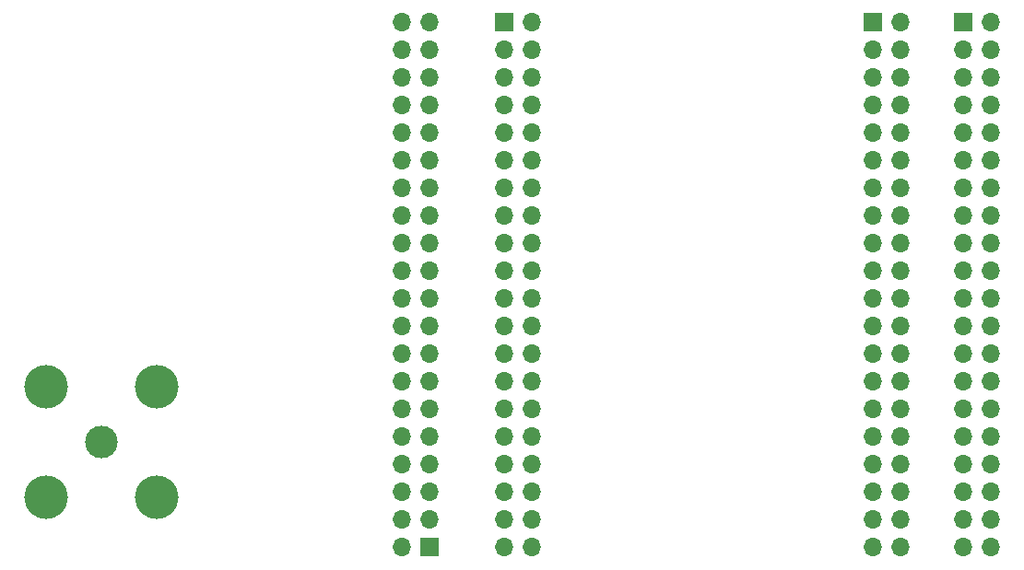
<source format=gbr>
G04 #@! TF.FileFunction,Soldermask,Bot*
%FSLAX46Y46*%
G04 Gerber Fmt 4.6, Leading zero omitted, Abs format (unit mm)*
G04 Created by KiCad (PCBNEW 4.0.7) date 06/19/18 15:52:20*
%MOMM*%
%LPD*%
G01*
G04 APERTURE LIST*
%ADD10C,0.100000*%
%ADD11R,1.700000X1.700000*%
%ADD12O,1.700000X1.700000*%
%ADD13C,3.000000*%
%ADD14C,4.000000*%
G04 APERTURE END LIST*
D10*
D11*
X147828000Y-121412000D03*
D12*
X145288000Y-121412000D03*
X147828000Y-118872000D03*
X145288000Y-118872000D03*
X147828000Y-116332000D03*
X145288000Y-116332000D03*
X147828000Y-113792000D03*
X145288000Y-113792000D03*
X147828000Y-111252000D03*
X145288000Y-111252000D03*
X147828000Y-108712000D03*
X145288000Y-108712000D03*
X147828000Y-106172000D03*
X145288000Y-106172000D03*
X147828000Y-103632000D03*
X145288000Y-103632000D03*
X147828000Y-101092000D03*
X145288000Y-101092000D03*
X147828000Y-98552000D03*
X145288000Y-98552000D03*
X147828000Y-96012000D03*
X145288000Y-96012000D03*
X147828000Y-93472000D03*
X145288000Y-93472000D03*
X147828000Y-90932000D03*
X145288000Y-90932000D03*
X147828000Y-88392000D03*
X145288000Y-88392000D03*
X147828000Y-85852000D03*
X145288000Y-85852000D03*
X147828000Y-83312000D03*
X145288000Y-83312000D03*
X147828000Y-80772000D03*
X145288000Y-80772000D03*
X147828000Y-78232000D03*
X145288000Y-78232000D03*
X147828000Y-75692000D03*
X145288000Y-75692000D03*
X147828000Y-73152000D03*
X145288000Y-73152000D03*
D13*
X117729000Y-111760000D03*
D14*
X122809000Y-116840000D03*
X112649000Y-116840000D03*
X112649000Y-106680000D03*
X122809000Y-106680000D03*
D11*
X196850000Y-73152000D03*
D12*
X199390000Y-73152000D03*
X196850000Y-75692000D03*
X199390000Y-75692000D03*
X196850000Y-78232000D03*
X199390000Y-78232000D03*
X196850000Y-80772000D03*
X199390000Y-80772000D03*
X196850000Y-83312000D03*
X199390000Y-83312000D03*
X196850000Y-85852000D03*
X199390000Y-85852000D03*
X196850000Y-88392000D03*
X199390000Y-88392000D03*
X196850000Y-90932000D03*
X199390000Y-90932000D03*
X196850000Y-93472000D03*
X199390000Y-93472000D03*
X196850000Y-96012000D03*
X199390000Y-96012000D03*
X196850000Y-98552000D03*
X199390000Y-98552000D03*
X196850000Y-101092000D03*
X199390000Y-101092000D03*
X196850000Y-103632000D03*
X199390000Y-103632000D03*
X196850000Y-106172000D03*
X199390000Y-106172000D03*
X196850000Y-108712000D03*
X199390000Y-108712000D03*
X196850000Y-111252000D03*
X199390000Y-111252000D03*
X196850000Y-113792000D03*
X199390000Y-113792000D03*
X196850000Y-116332000D03*
X199390000Y-116332000D03*
X196850000Y-118872000D03*
X199390000Y-118872000D03*
X196850000Y-121412000D03*
X199390000Y-121412000D03*
D11*
X154686000Y-73152000D03*
D12*
X157226000Y-73152000D03*
X154686000Y-75692000D03*
X157226000Y-75692000D03*
X154686000Y-78232000D03*
X157226000Y-78232000D03*
X154686000Y-80772000D03*
X157226000Y-80772000D03*
X154686000Y-83312000D03*
X157226000Y-83312000D03*
X154686000Y-85852000D03*
X157226000Y-85852000D03*
X154686000Y-88392000D03*
X157226000Y-88392000D03*
X154686000Y-90932000D03*
X157226000Y-90932000D03*
X154686000Y-93472000D03*
X157226000Y-93472000D03*
X154686000Y-96012000D03*
X157226000Y-96012000D03*
X154686000Y-98552000D03*
X157226000Y-98552000D03*
X154686000Y-101092000D03*
X157226000Y-101092000D03*
X154686000Y-103632000D03*
X157226000Y-103632000D03*
X154686000Y-106172000D03*
X157226000Y-106172000D03*
X154686000Y-108712000D03*
X157226000Y-108712000D03*
X154686000Y-111252000D03*
X157226000Y-111252000D03*
X154686000Y-113792000D03*
X157226000Y-113792000D03*
X154686000Y-116332000D03*
X157226000Y-116332000D03*
X154686000Y-118872000D03*
X157226000Y-118872000D03*
X154686000Y-121412000D03*
X157226000Y-121412000D03*
D11*
X188595000Y-73152000D03*
D12*
X191135000Y-73152000D03*
X188595000Y-75692000D03*
X191135000Y-75692000D03*
X188595000Y-78232000D03*
X191135000Y-78232000D03*
X188595000Y-80772000D03*
X191135000Y-80772000D03*
X188595000Y-83312000D03*
X191135000Y-83312000D03*
X188595000Y-85852000D03*
X191135000Y-85852000D03*
X188595000Y-88392000D03*
X191135000Y-88392000D03*
X188595000Y-90932000D03*
X191135000Y-90932000D03*
X188595000Y-93472000D03*
X191135000Y-93472000D03*
X188595000Y-96012000D03*
X191135000Y-96012000D03*
X188595000Y-98552000D03*
X191135000Y-98552000D03*
X188595000Y-101092000D03*
X191135000Y-101092000D03*
X188595000Y-103632000D03*
X191135000Y-103632000D03*
X188595000Y-106172000D03*
X191135000Y-106172000D03*
X188595000Y-108712000D03*
X191135000Y-108712000D03*
X188595000Y-111252000D03*
X191135000Y-111252000D03*
X188595000Y-113792000D03*
X191135000Y-113792000D03*
X188595000Y-116332000D03*
X191135000Y-116332000D03*
X188595000Y-118872000D03*
X191135000Y-118872000D03*
X188595000Y-121412000D03*
X191135000Y-121412000D03*
M02*

</source>
